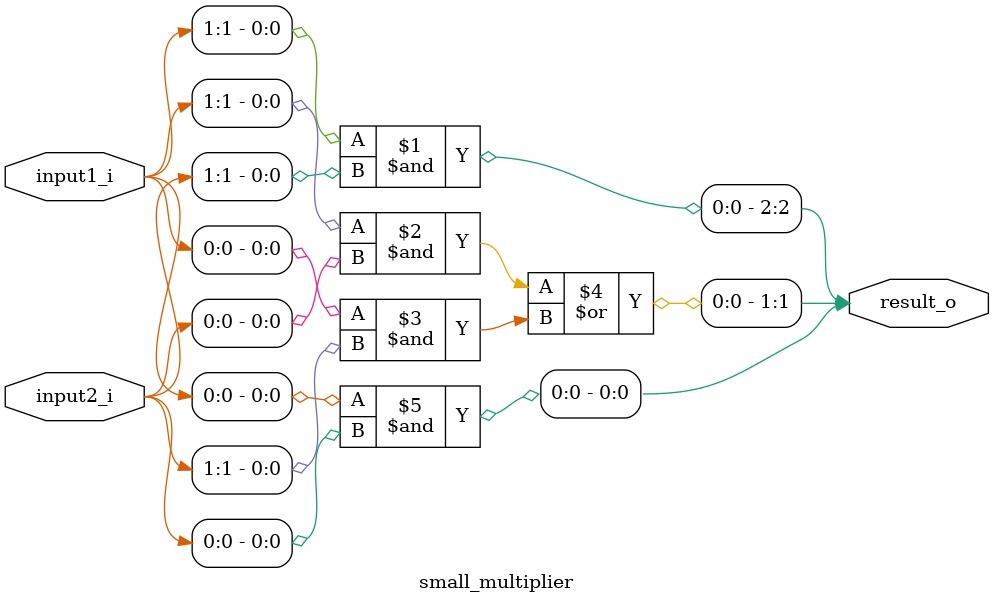
<source format=v>
module small_multiplier(input1_i,input2_i,result_o);
input [1:0] input1_i;
input [1:0] input2_i;
output [2:0] result_o;

assign result_o[2] = input1_i[1] & input2_i[1];
assign result_o[1] = (input1_i[1] & input2_i[0]) | (input1_i[0] & input2_i[1]);
assign result_o[0] = input1_i[0] & input2_i[0];

endmodule

</source>
